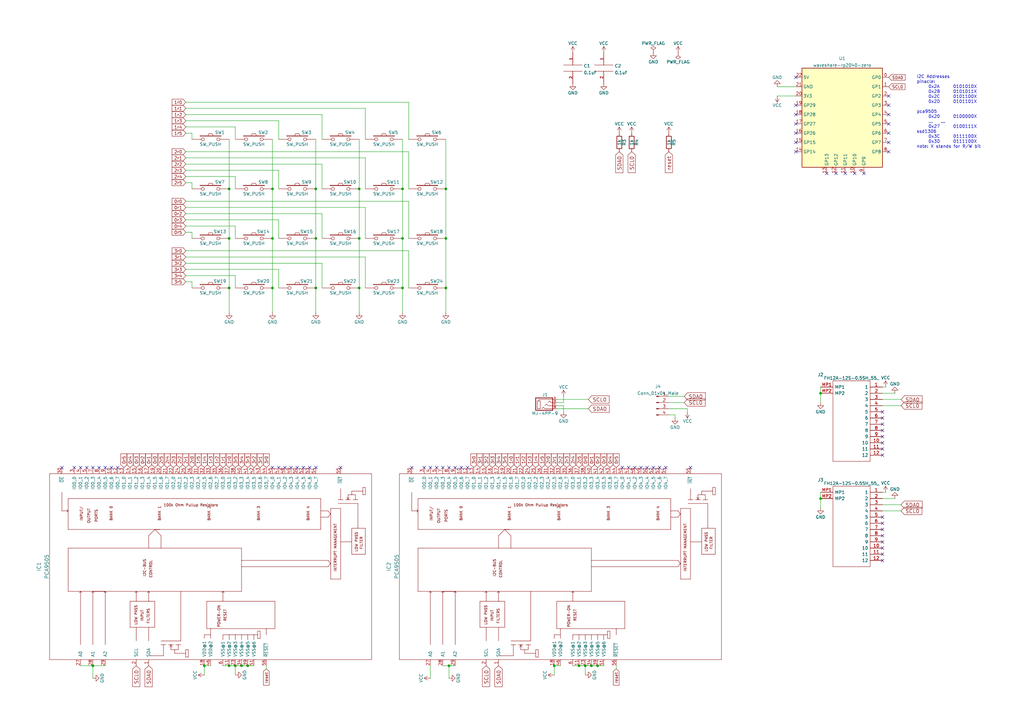
<source format=kicad_sch>
(kicad_sch (version 20211123) (generator eeschema)
  (paper "A3")
  (title_block (title "Corne Chocolate") (date "2018-11-16") (rev "2.0") (company "foostan"))
  (lib_symbols
    (symbol "Connector:Conn_01x04_Male" (pin_names (offset 1.016) hide)
      (property "Reference" "J" (at 0 5.08 0))
      (property "Value" "Conn_01x04_Male" (at 0 -7.62 0))
      (symbol "Conn_01x04_Male_1_1"
        (pin passive line (at 5.08 2.54 180) (length 3.81) (name "Pin_1") (number "1"))
        (pin passive line (at 5.08 0 180) (length 3.81) (name "Pin_2") (number "2"))
        (pin passive line (at 5.08 -2.54 180) (length 3.81) (name "Pin_3") (number "3"))
        (pin passive line (at 5.08 -5.08 180) (length 3.81) (name "Pin_4") (number "4"))
      )
    )
    (symbol "Cyberdeck Mech Keeb-cache:Cyberdeck_Mech_Keeb-eagle-import_PCA9505" (pin_names (offset 1.016))
      (property "Reference" "IC" (at -38.1 67.31 0))
      (property "Value" "Cyberdeck_Mech_Keeb-eagle-import_PCA9505" (at -38.1 -68.58 0))
      (symbol "Cyberdeck_Mech_Keeb-eagle-import_PCA9505_1_0"
        (text "100k Ohm Pullup Resistors" (at 25.908 19.304 900) (effects (font (size 1.0668 1.0668)) (justify right top)))
        (text "BANK 0" (at 18.796 40.132 0) (effects (font (size 1.0668 1.0668)) (justify left bottom)))
        (text "BANK 1" (at 18.796 20.32 0) (effects (font (size 1.0668 1.0668)) (justify left bottom)))
        (text "BANK 2" (at 18.796 0 0) (effects (font (size 1.0668 1.0668)) (justify left bottom)))
        (text "BANK 3" (at 18.796 -20.32 0) (effects (font (size 1.0668 1.0668)) (justify left bottom)))
        (text "BANK 4" (at 18.796 -40.64 0) (effects (font (size 1.0668 1.0668)) (justify left bottom)))
        (text "CONTROL" (at -4.572 23.876 0) (effects (font (size 1.0668 1.0668)) (justify left bottom)))
        (text "FILTER" (at 7.112 -62.484 0) (effects (font (size 1.0668 1.0668)) (justify left bottom)))
        (text "FILTERS" (at -23.368 24.892 0) (effects (font (size 1.0668 1.0668)) (justify left bottom)))
        (text "I2C-BUS" (at -4.064 26.416 0) (effects (font (size 1.0668 1.0668)) (justify left bottom)))
        (text "INPUT" (at -22.352 27.432 0) (effects (font (size 1.0668 1.0668)) (justify left bottom)))
        (text "INPUT/" (at 18.796 52.324 0) (effects (font (size 1.0668 1.0668)) (justify left bottom)))
        (text "INTERRUPT MANAGEMENT" (at -2.032 -51.816 0) (effects (font (size 1.0668 1.0668)) (justify left bottom)))
        (text "LOW PASS" (at -23.876 29.972 0) (effects (font (size 1.0668 1.0668)) (justify left bottom)))
        (text "LOW PASS" (at 6.096 -60.452 0) (effects (font (size 1.0668 1.0668)) (justify left bottom)))
        (text "OUTPUT" (at 17.78 49.276 0) (effects (font (size 1.0668 1.0668)) (justify left bottom)))
        (text "PORTS" (at 18.288 46.228 0) (effects (font (size 1.0668 1.0668)) (justify left bottom)))
        (text "POWER-ON" (at -24.892 -4.064 0) (effects (font (size 1.0668 1.0668)) (justify left bottom)))
        (text "RESET" (at -22.352 -6.604 0) (effects (font (size 1.0668 1.0668)) (justify left bottom)))
        (pin bidirectional line (at -40.64 25.4 0) (length 2.54) (name "SDA") (number "1"))
        (pin bidirectional line (at 40.64 40.64 180) (length 2.54) (name "IO0_6") (number "10"))
        (pin power_in line (at -40.64 -7.62 0) (length 2.54) (name "VSS@2") (number "11"))
        (pin bidirectional line (at 40.64 38.1 180) (length 2.54) (name "IO0_7") (number "12"))
        (pin bidirectional line (at 40.64 35.56 180) (length 2.54) (name "IO1_0") (number "13"))
        (pin bidirectional line (at 40.64 33.02 180) (length 2.54) (name "IO1_1") (number "14"))
        (pin bidirectional line (at 40.64 30.48 180) (length 2.54) (name "IO1_2") (number "15"))
        (pin bidirectional line (at 40.64 27.94 180) (length 2.54) (name "IO1_3") (number "16"))
        (pin bidirectional line (at 40.64 25.4 180) (length 2.54) (name "IO1_4") (number "17"))
        (pin power_in line (at -40.64 2.54 0) (length 2.54) (name "VDD@1") (number "18"))
        (pin bidirectional line (at 40.64 22.86 180) (length 2.54) (name "IO1_5") (number "19"))
        (pin input line (at -40.64 30.48 0) (length 2.54) (name "SCL") (number "2"))
        (pin bidirectional line (at 40.64 20.32 180) (length 2.54) (name "IO1_6") (number "20"))
        (pin bidirectional line (at 40.64 17.78 180) (length 2.54) (name "IO1_7") (number "21"))
        (pin bidirectional line (at 40.64 15.24 180) (length 2.54) (name "IO2_0") (number "22"))
        (pin power_in line (at -40.64 -10.16 0) (length 2.54) (name "VSS@3") (number "23"))
        (pin bidirectional line (at 40.64 12.7 180) (length 2.54) (name "IO2_1") (number "24"))
        (pin bidirectional line (at 40.64 10.16 180) (length 2.54) (name "IO2_2") (number "25"))
        (pin bidirectional line (at 40.64 7.62 180) (length 2.54) (name "IO2_3") (number "26"))
        (pin input line (at -40.64 53.34 0) (length 2.54) (name "A0") (number "27"))
        (pin input line (at -40.64 48.26 0) (length 2.54) (name "A1") (number "28"))
        (pin input line (at -40.64 43.18 0) (length 2.54) (name "A2") (number "29"))
        (pin bidirectional line (at 40.64 55.88 180) (length 2.54) (name "IO0_0") (number "3"))
        (pin input line (at 40.64 60.96 180) (length 2.54) (name "~{OE}") (number "30"))
        (pin bidirectional line (at 40.64 5.08 180) (length 2.54) (name "IO2_4") (number "31"))
        (pin bidirectional line (at 40.64 2.54 180) (length 2.54) (name "IO2_5") (number "32"))
        (pin bidirectional line (at 40.64 0 180) (length 2.54) (name "IO2_6") (number "33"))
        (pin power_in line (at -40.64 -12.7 0) (length 2.54) (name "VSS@4") (number "34"))
        (pin bidirectional line (at 40.64 -2.54 180) (length 2.54) (name "IO2_7") (number "35"))
        (pin bidirectional line (at 40.64 -5.08 180) (length 2.54) (name "IO3_0") (number "36"))
        (pin bidirectional line (at 40.64 -7.62 180) (length 2.54) (name "IO3_1") (number "37"))
        (pin bidirectional line (at 40.64 -10.16 180) (length 2.54) (name "IO3_2") (number "38"))
        (pin power_in line (at -40.64 -15.24 0) (length 2.54) (name "VSS@5") (number "39"))
        (pin bidirectional line (at 40.64 53.34 180) (length 2.54) (name "IO0_1") (number "4"))
        (pin bidirectional line (at 40.64 -12.7 180) (length 2.54) (name "IO3_3") (number "40"))
        (pin bidirectional line (at 40.64 -15.24 180) (length 2.54) (name "IO3_4") (number "41"))
        (pin bidirectional line (at 40.64 -17.78 180) (length 2.54) (name "IO3_5") (number "42"))
        (pin bidirectional line (at 40.64 -20.32 180) (length 2.54) (name "IO3_6") (number "43"))
        (pin bidirectional line (at 40.64 -22.86 180) (length 2.54) (name "IO3_7") (number "44"))
        (pin bidirectional line (at 40.64 -25.4 180) (length 2.54) (name "IO4_0") (number "45"))
        (pin power_in line (at -40.64 0 0) (length 2.54) (name "VDD@2") (number "46"))
        (pin bidirectional line (at 40.64 -27.94 180) (length 2.54) (name "IO4_1") (number "47"))
        (pin bidirectional line (at 40.64 -30.48 180) (length 2.54) (name "IO4_2") (number "48"))
        (pin bidirectional line (at 40.64 -33.02 180) (length 2.54) (name "IO4_3") (number "49"))
        (pin bidirectional line (at 40.64 50.8 180) (length 2.54) (name "IO0_2") (number "5"))
        (pin bidirectional line (at 40.64 -35.56 180) (length 2.54) (name "IO4_4") (number "50"))
        (pin power_in line (at -40.64 -17.78 0) (length 2.54) (name "VSS@6") (number "51"))
        (pin bidirectional line (at 40.64 -38.1 180) (length 2.54) (name "IO4_5") (number "52"))
        (pin bidirectional line (at 40.64 -40.64 180) (length 2.54) (name "IO4_6") (number "53"))
        (pin bidirectional line (at 40.64 -43.18 180) (length 2.54) (name "IO4_7") (number "54"))
        (pin input line (at 40.64 -53.34 180) (length 2.54) (name "~{INT}") (number "55"))
        (pin input line (at -40.64 -22.86 0) (length 2.54) (name "~{RESET}") (number "56"))
        (pin power_in line (at -40.64 -5.08 0) (length 2.54) (name "VSS@1") (number "6"))
        (pin bidirectional line (at 40.64 48.26 180) (length 2.54) (name "IO0_3") (number "7"))
        (pin bidirectional line (at 40.64 45.72 180) (length 2.54) (name "IO0_4") (number "8"))
        (pin bidirectional line (at 40.64 43.18 180) (length 2.54) (name "IO0_5") (number "9"))
      )
    )
    (symbol "Device:R" (pin_numbers hide) (pin_names (offset 0))
      (property "Reference" "R" (at 2.032 0 90))
      (property "Value" "R" (at 0 0 90))
      (symbol "R_1_1"
        (pin passive line (at 0 3.81 270) (length 1.27) (name "~") (number "1"))
        (pin passive line (at 0 -3.81 90) (length 1.27) (name "~") (number "2"))
      )
    )
    (symbol "SamacSys_Parts:FH12A-12S-0.5SH_55_" (pin_names (offset 0.762))
      (property "Reference" "J" (at 21.59 7.62 0))
      (property "Value" "FH12A-12S-0.5SH_55_" (at 21.59 5.08 0))
      (symbol "FH12A-12S-0.5SH_55__0_0"
        (pin passive line (at 25.4 0 180) (length 5.08) (name "1") (number "1"))
        (pin passive line (at 25.4 -22.86 180) (length 5.08) (name "10") (number "10"))
        (pin passive line (at 25.4 -25.4 180) (length 5.08) (name "11") (number "11"))
        (pin passive line (at 25.4 -27.94 180) (length 5.08) (name "12") (number "12"))
        (pin passive line (at 25.4 -2.54 180) (length 5.08) (name "2") (number "2"))
        (pin passive line (at 25.4 -5.08 180) (length 5.08) (name "3") (number "3"))
        (pin passive line (at 25.4 -7.62 180) (length 5.08) (name "4") (number "4"))
        (pin passive line (at 25.4 -10.16 180) (length 5.08) (name "5") (number "5"))
        (pin passive line (at 25.4 -12.7 180) (length 5.08) (name "6") (number "6"))
        (pin passive line (at 25.4 -15.24 180) (length 5.08) (name "7") (number "7"))
        (pin passive line (at 25.4 -17.78 180) (length 5.08) (name "8") (number "8"))
        (pin passive line (at 25.4 -20.32 180) (length 5.08) (name "9") (number "9"))
        (pin passive line (at 0 0 0) (length 5.08) (name "MP1") (number "MP1"))
        (pin passive line (at 0 -2.54 0) (length 5.08) (name "MP2") (number "MP2"))
      )
    )
    (symbol "User-defiend-symbols:waveshare-rp2040-zero"
      (property "Reference" "U" (at -3.81 20.32 0))
      (property "Value" "waveshare-rp2040-zero" (at -3.81 22.86 0))
      (symbol "waveshare-rp2040-zero_1_1"
        (pin power_in line (at 17.78 15.24 180) (length 2.54) (name "GP0") (number "0"))
        (pin bidirectional line (at 17.78 11.43 180) (length 2.54) (name "GP1") (number "1"))
        (pin bidirectional line (at 3.81 -24.13 90) (length 2.54) (name "GP10") (number "10"))
        (pin bidirectional line (at 0 -24.13 90) (length 2.54) (name "GP11") (number "11"))
        (pin bidirectional line (at -3.81 -24.13 90) (length 2.54) (name "GP12") (number "12"))
        (pin bidirectional line (at -7.62 -24.13 90) (length 2.54) (name "GP13") (number "13"))
        (pin bidirectional line (at -20.32 -15.24 0) (length 2.54) (name "GP14") (number "14"))
        (pin bidirectional line (at -20.32 -11.43 0) (length 2.54) (name "GP15") (number "15"))
        (pin bidirectional line (at -20.32 -7.62 0) (length 2.54) (name "GP26") (number "16"))
        (pin bidirectional line (at -20.32 -3.81 0) (length 2.54) (name "GP27") (number "17"))
        (pin bidirectional line (at -20.32 0 0) (length 2.54) (name "GP28") (number "18"))
        (pin bidirectional line (at -20.32 3.81 0) (length 2.54) (name "GP29") (number "19"))
        (pin bidirectional line (at 17.78 7.62 180) (length 2.54) (name "GP2") (number "2"))
        (pin power_in line (at -20.32 7.62 0) (length 2.54) (name "3V3") (number "20"))
        (pin power_in line (at -20.32 11.43 0) (length 2.54) (name "GND") (number "21"))
        (pin power_in line (at -20.32 15.24 0) (length 2.54) (name "5V") (number "22"))
        (pin bidirectional line (at 17.78 3.81 180) (length 2.54) (name "GP3") (number "3"))
        (pin bidirectional line (at 17.78 0 180) (length 2.54) (name "GP4") (number "4"))
        (pin bidirectional line (at 17.78 -3.81 180) (length 2.54) (name "GP5") (number "5"))
        (pin bidirectional line (at 17.78 -7.62 180) (length 2.54) (name "GP6") (number "6"))
        (pin bidirectional line (at 17.78 -11.43 180) (length 2.54) (name "GP7") (number "7"))
        (pin bidirectional line (at 17.78 -15.24 180) (length 2.54) (name "GP8") (number "8"))
        (pin bidirectional line (at 7.62 -24.13 90) (length 2.54) (name "GP9") (number "9"))
      )
    )
    (symbol "corne-chocolate-rescue:MJ-4PP-9-kbd" (pin_names (offset 1.016))
      (property "Reference" "J" (at 0 3.81 0))
      (property "Value" "MJ-4PP-9-kbd" (at 0 -3.81 0))
      (symbol "MJ-4PP-9-kbd_1_1"
        (pin input line (at 5.08 1.905 180) (length 2.0066) (name "~") (number "A"))
        (pin input line (at 5.08 -1.905 180) (length 2.0066) (name "~") (number "B"))
        (pin input line (at 5.08 -0.635 180) (length 2.0066) (name "~") (number "C"))
        (pin input line (at 5.08 0.635 180) (length 2.0066) (name "~") (number "D"))
      )
    )
    (symbol "corne-chocolate-rescue:SW_PUSH-kbd" (pin_numbers hide) (pin_names (offset 1.016) hide)
      (property "Reference" "SW" (at 3.81 2.794 0))
      (property "Value" "SW_PUSH-kbd" (at 0 -2.032 0))
      (symbol "SW_PUSH-kbd_0_1"
        (pin passive inverted (at -7.62 0 0) (length 5.08) (name "1") (number "1"))
        (pin passive inverted (at 7.62 0 180) (length 5.08) (name "2") (number "2"))
      )
    )
    (symbol "power:GND" (power) (pin_names (offset 0))
      (property "Value" "GND" (at 0 -3.81 0))
      (symbol "GND_1_1"
        (pin power_in line (at 0 0 270) (length 0) hide (name "GND") (number "1"))
      )
    )
    (symbol "power:PWR_FLAG" (power) (pin_numbers hide) (pin_names (offset 0) hide)
      (property "Value" "PWR_FLAG" (at 0 3.81 0))
      (symbol "PWR_FLAG_0_0"
        (pin power_out line (at 0 0 90) (length 0) (name "pwr") (number "1"))
      )
    )
    (symbol "power:VCC" (power) (pin_names (offset 0))
      (property "Value" "VCC" (at 0 3.81 0))
      (symbol "VCC_1_1"
        (pin power_in line (at 0 0 90) (length 0) hide (name "VCC") (number "1"))
      )
    )
    (symbol "pspice:C" (pin_names (offset 0.254))
      (property "Reference" "C" (at 2.54 3.81 90))
      (property "Value" "C" (at 2.54 -3.81 90))
      (symbol "C_1_1"
        (pin passive line (at 0 6.35 270) (length 5.08) (name "~") (number "1"))
        (pin passive line (at 0 -6.35 90) (length 5.08) (name "~") (number "2"))
      )
    )
  )
  (junction (at 147.32 118.11))
  (junction (at 101.6 273.05))
  (junction (at 129.54 118.11))
  (junction (at 165.1 77.47))
  (junction (at 111.76 118.11))
  (junction (at 93.98 97.79))
  (junction (at 240.03 273.05))
  (junction (at 165.1 118.11))
  (junction (at 93.98 273.05))
  (junction (at 38.1 273.05))
  (junction (at 165.1 97.79))
  (junction (at 129.54 77.47))
  (junction (at 111.76 77.47))
  (junction (at 96.52 273.05))
  (junction (at 336.55 204.47))
  (junction (at 93.98 77.47))
  (junction (at 111.76 97.79))
  (junction (at 242.57 273.05))
  (junction (at 237.49 273.05))
  (junction (at 182.88 97.79))
  (junction (at 129.54 97.79))
  (junction (at 182.88 77.47))
  (junction (at 182.88 118.11))
  (junction (at 227.33 273.05))
  (junction (at 184.15 273.05))
  (junction (at 83.82 273.05))
  (junction (at 147.32 97.79))
  (junction (at 336.55 161.29))
  (junction (at 245.11 273.05))
  (junction (at 99.06 273.05))
  (junction (at 93.98 118.11))
  (junction (at 147.32 77.47))
  (no_connect (at 326.39 46.99))
  (no_connect (at 25.4 191.77))
  (no_connect (at 346.71 71.12))
  (no_connect (at 139.7 191.77))
  (no_connect (at 361.95 168.91))
  (no_connect (at 326.39 31.75))
  (no_connect (at 265.43 191.77))
  (no_connect (at 361.95 179.07))
  (no_connect (at 361.95 227.33))
  (no_connect (at 114.3 191.77))
  (no_connect (at 30.48 191.77))
  (no_connect (at 354.33 71.12))
  (no_connect (at 361.95 214.63))
  (no_connect (at 270.51 191.77))
  (no_connect (at 339.09 71.12))
  (no_connect (at 361.95 173.99))
  (no_connect (at 255.27 191.77))
  (no_connect (at 176.53 191.77))
  (no_connect (at 361.95 224.79))
  (no_connect (at 35.56 191.77))
  (no_connect (at 326.39 62.23))
  (no_connect (at 48.26 191.77))
  (no_connect (at 364.49 54.61))
  (no_connect (at 43.18 191.77))
  (no_connect (at 129.54 191.77))
  (no_connect (at 184.15 191.77))
  (no_connect (at 168.91 191.77))
  (no_connect (at 364.49 62.23))
  (no_connect (at 124.46 191.77))
  (no_connect (at 119.38 191.77))
  (no_connect (at 273.05 191.77))
  (no_connect (at 38.1 191.77))
  (no_connect (at 186.69 191.77))
  (no_connect (at 361.95 184.15))
  (no_connect (at 283.21 191.77))
  (no_connect (at 361.95 219.71))
  (no_connect (at 350.52 71.12))
  (no_connect (at 364.49 39.37))
  (no_connect (at 262.89 191.77))
  (no_connect (at 342.9 71.12))
  (no_connect (at 364.49 50.8))
  (no_connect (at 361.95 222.25))
  (no_connect (at 127 191.77))
  (no_connect (at 181.61 191.77))
  (no_connect (at 191.77 191.77))
  (no_connect (at 361.95 217.17))
  (no_connect (at 361.95 212.09))
  (no_connect (at 173.99 191.77))
  (no_connect (at 326.39 43.18))
  (no_connect (at 361.95 229.87))
  (no_connect (at 326.39 50.8))
  (no_connect (at 361.95 171.45))
  (no_connect (at 267.97 191.77))
  (no_connect (at 361.95 181.61))
  (no_connect (at 40.64 191.77))
  (no_connect (at 364.49 43.18))
  (no_connect (at 121.92 191.77))
  (no_connect (at 326.39 58.42))
  (no_connect (at 361.95 176.53))
  (no_connect (at 260.35 191.77))
  (no_connect (at 364.49 58.42))
  (no_connect (at 45.72 191.77))
  (no_connect (at 116.84 191.77))
  (no_connect (at 364.49 46.99))
  (no_connect (at 33.02 191.77))
  (no_connect (at 326.39 54.61))
  (no_connect (at 189.23 191.77))
  (no_connect (at 179.07 191.77))
  (no_connect (at 111.76 191.77))
  (no_connect (at 361.95 186.69))
  (no_connect (at 257.81 191.77))
  (wire (pts (xy 281.94 167.64) (xy 281.94 168.91)))
  (wire (pts (xy 149.86 118.11) (xy 149.86 105.41)))
  (wire (pts (xy 96.52 113.03) (xy 96.52 118.11)))
  (wire (pts (xy 93.98 57.15) (xy 93.98 77.47)))
  (wire (pts (xy 83.82 273.05) (xy 86.36 273.05)))
  (wire (pts (xy 242.57 273.05) (xy 245.11 273.05)))
  (wire (pts (xy 76.2 90.17) (xy 114.3 90.17)))
  (wire (pts (xy 336.55 204.47) (xy 336.55 208.28)))
  (wire (pts (xy 96.52 72.39) (xy 96.52 77.47)))
  (wire (pts (xy 129.54 118.11) (xy 129.54 128.27)))
  (wire (pts (xy 252.73 274.32) (xy 252.73 273.05)))
  (wire (pts (xy 182.88 77.47) (xy 182.88 97.79)))
  (wire (pts (xy 76.2 44.45) (xy 149.86 44.45)))
  (wire (pts (xy 76.2 67.31) (xy 132.08 67.31)))
  (wire (pts (xy 96.52 276.86) (xy 96.52 273.05)))
  (wire (pts (xy 76.2 49.53) (xy 114.3 49.53)))
  (wire (pts (xy 274.32 165.1) (xy 280.67 165.1)))
  (wire (pts (xy 129.54 57.15) (xy 129.54 77.47)))
  (wire (pts (xy 318.77 35.56) (xy 326.39 35.56)))
  (wire (pts (xy 237.49 273.05) (xy 240.03 273.05)))
  (wire (pts (xy 274.32 170.18) (xy 276.86 170.18)))
  (wire (pts (xy 76.2 110.49) (xy 114.3 110.49)))
  (wire (pts (xy 228.6 165.1) (xy 231.14 165.1)))
  (wire (pts (xy 336.55 201.93) (xy 336.55 204.47)))
  (wire (pts (xy 132.08 107.95) (xy 132.08 118.11)))
  (wire (pts (xy 101.6 273.05) (xy 104.14 273.05)))
  (wire (pts (xy 147.32 97.79) (xy 147.32 118.11)))
  (wire (pts (xy 147.32 77.47) (xy 147.32 97.79)))
  (wire (pts (xy 111.76 77.47) (xy 111.76 97.79)))
  (wire (pts (xy 78.74 77.47) (xy 78.74 74.93)))
  (wire (pts (xy 93.98 273.05) (xy 96.52 273.05)))
  (wire (pts (xy 184.15 273.05) (xy 186.69 273.05)))
  (wire (pts (xy 336.55 158.75) (xy 336.55 161.29)))
  (wire (pts (xy 111.76 57.15) (xy 111.76 77.47)))
  (wire (pts (xy 76.2 105.41) (xy 149.86 105.41)))
  (wire (pts (xy 76.2 74.93) (xy 78.74 74.93)))
  (wire (pts (xy 91.44 273.05) (xy 93.98 273.05)))
  (wire (pts (xy 181.61 273.05) (xy 184.15 273.05)))
  (wire (pts (xy 114.3 49.53) (xy 114.3 57.15)))
  (wire (pts (xy 76.2 95.25) (xy 78.74 95.25)))
  (wire (pts (xy 132.08 46.99) (xy 132.08 57.15)))
  (wire (pts (xy 176.53 278.13) (xy 176.53 273.05)))
  (wire (pts (xy 93.98 97.79) (xy 93.98 118.11)))
  (wire (pts (xy 361.95 209.55) (xy 369.57 209.55)))
  (wire (pts (xy 109.22 274.32) (xy 109.22 273.05)))
  (wire (pts (xy 361.95 158.75) (xy 363.22 158.75)))
  (wire (pts (xy 132.08 67.31) (xy 132.08 77.47)))
  (wire (pts (xy 132.08 87.63) (xy 132.08 97.79)))
  (wire (pts (xy 38.1 273.05) (xy 43.18 273.05)))
  (wire (pts (xy 361.95 201.93) (xy 363.22 201.93)))
  (wire (pts (xy 336.55 161.29) (xy 336.55 165.1)))
  (wire (pts (xy 231.14 166.37) (xy 231.14 168.91)))
  (wire (pts (xy 78.74 54.61) (xy 78.74 57.15)))
  (wire (pts (xy 234.95 273.05) (xy 237.49 273.05)))
  (wire (pts (xy 129.54 97.79) (xy 129.54 118.11)))
  (wire (pts (xy 76.2 69.85) (xy 114.3 69.85)))
  (wire (pts (xy 99.06 273.05) (xy 101.6 273.05)))
  (wire (pts (xy 167.64 41.91) (xy 167.64 57.15)))
  (wire (pts (xy 227.33 276.86) (xy 227.33 273.05)))
  (wire (pts (xy 147.32 57.15) (xy 147.32 77.47)))
  (wire (pts (xy 78.74 95.25) (xy 78.74 97.79)))
  (wire (pts (xy 228.6 166.37) (xy 231.14 166.37)))
  (wire (pts (xy 318.77 39.37) (xy 326.39 39.37)))
  (wire (pts (xy 167.64 102.87) (xy 167.64 118.11)))
  (wire (pts (xy 182.88 57.15) (xy 182.88 77.47)))
  (wire (pts (xy 76.2 113.03) (xy 96.52 113.03)))
  (wire (pts (xy 167.64 82.55) (xy 167.64 97.79)))
  (wire (pts (xy 182.88 118.11) (xy 182.88 128.27)))
  (wire (pts (xy 76.2 62.23) (xy 167.64 62.23)))
  (wire (pts (xy 96.52 273.05) (xy 99.06 273.05)))
  (wire (pts (xy 76.2 64.77) (xy 149.86 64.77)))
  (wire (pts (xy 276.86 170.18) (xy 276.86 171.45)))
  (wire (pts (xy 227.33 273.05) (xy 229.87 273.05)))
  (wire (pts (xy 38.1 278.13) (xy 38.1 273.05)))
  (wire (pts (xy 114.3 97.79) (xy 114.3 90.17)))
  (wire (pts (xy 361.95 207.01) (xy 369.57 207.01)))
  (wire (pts (xy 228.6 163.83) (xy 241.3 163.83)))
  (wire (pts (xy 165.1 97.79) (xy 165.1 118.11)))
  (wire (pts (xy 76.2 85.09) (xy 149.86 85.09)))
  (wire (pts (xy 76.2 115.57) (xy 78.74 115.57)))
  (wire (pts (xy 231.14 165.1) (xy 231.14 162.56)))
  (wire (pts (xy 76.2 41.91) (xy 167.64 41.91)))
  (wire (pts (xy 129.54 77.47) (xy 129.54 97.79)))
  (wire (pts (xy 240.03 273.05) (xy 242.57 273.05)))
  (wire (pts (xy 76.2 87.63) (xy 132.08 87.63)))
  (wire (pts (xy 76.2 46.99) (xy 132.08 46.99)))
  (wire (pts (xy 245.11 273.05) (xy 247.65 273.05)))
  (wire (pts (xy 114.3 118.11) (xy 114.3 110.49)))
  (wire (pts (xy 83.82 276.86) (xy 83.82 273.05)))
  (wire (pts (xy 96.52 52.07) (xy 96.52 57.15)))
  (wire (pts (xy 361.95 166.37) (xy 369.57 166.37)))
  (wire (pts (xy 33.02 273.05) (xy 38.1 273.05)))
  (wire (pts (xy 96.52 92.71) (xy 96.52 97.79)))
  (wire (pts (xy 149.86 97.79) (xy 149.86 85.09)))
  (wire (pts (xy 76.2 107.95) (xy 132.08 107.95)))
  (wire (pts (xy 274.32 167.64) (xy 281.94 167.64)))
  (wire (pts (xy 76.2 54.61) (xy 78.74 54.61)))
  (wire (pts (xy 361.95 204.47) (xy 367.03 204.47)))
  (wire (pts (xy 76.2 52.07) (xy 96.52 52.07)))
  (wire (pts (xy 111.76 97.79) (xy 111.76 118.11)))
  (wire (pts (xy 165.1 77.47) (xy 165.1 97.79)))
  (wire (pts (xy 274.32 162.56) (xy 280.67 162.56)))
  (wire (pts (xy 76.2 72.39) (xy 96.52 72.39)))
  (wire (pts (xy 111.76 118.11) (xy 111.76 128.27)))
  (wire (pts (xy 114.3 77.47) (xy 114.3 69.85)))
  (wire (pts (xy 78.74 118.11) (xy 78.74 115.57)))
  (wire (pts (xy 76.2 102.87) (xy 167.64 102.87)))
  (wire (pts (xy 167.64 62.23) (xy 167.64 77.47)))
  (wire (pts (xy 149.86 44.45) (xy 149.86 57.15)))
  (wire (pts (xy 76.2 92.71) (xy 96.52 92.71)))
  (wire (pts (xy 240.03 276.86) (xy 240.03 273.05)))
  (wire (pts (xy 228.6 167.64) (xy 241.3 167.64)))
  (wire (pts (xy 93.98 77.47) (xy 93.98 97.79)))
  (wire (pts (xy 165.1 118.11) (xy 165.1 128.27)))
  (wire (pts (xy 361.95 163.83) (xy 369.57 163.83)))
  (wire (pts (xy 165.1 57.15) (xy 165.1 77.47)))
  (wire (pts (xy 147.32 118.11) (xy 147.32 128.27)))
  (wire (pts (xy 361.95 161.29) (xy 367.03 161.29)))
  (wire (pts (xy 93.98 118.11) (xy 93.98 128.27)))
  (wire (pts (xy 76.2 82.55) (xy 167.64 82.55)))
  (wire (pts (xy 182.88 97.79) (xy 182.88 118.11)))
  (wire (pts (xy 184.15 273.05) (xy 184.15 278.13)))
  (wire (pts (xy 149.86 77.47) (xy 149.86 64.77)))
  (text "I2C Addresses\npinacle:\n	0x2A	0101010X\n	0x2B	0101011X\n	0x2C	0101100X\n	0x2D 	0101101X\n\npca9505\n	0x20	0100000X\n	...	...\n	0x27	0100111X\nssd1306\n	0x3C	0111100X\n	0x3D	0111100X\nnote: X stands for R/W bit" (at 375.92 60.96 0) (effects (font (size 1.27 1.27)) (justify left bottom)))
  (global_label "3r1" (shape input) (at 196.85 191.77 90) (property "Intersheet References" "${INTERSHEET_REFS}" (effects hide)))
  (global_label "3r1" (shape input) (at 106.68 191.77 90) (property "Intersheet References" "${INTERSHEET_REFS}" (effects hide)))
  (global_label "2r0" (shape input) (at 76.2 62.23 180) (property "Intersheet References" "${INTERSHEET_REFS}" (effects hide)))
  (global_label "SCL0" (shape input) (at 199.39 273.05 270) (effects (font (size 1.524 1.524))) (property "Intersheet References" "${INTERSHEET_REFS}" (effects hide)))
  (global_label "SDA0" (shape input) (at 60.96 273.05 270) (effects (font (size 1.524 1.524))) (property "Intersheet References" "${INTERSHEET_REFS}" (effects hide)))
  (global_label "1r1" (shape input) (at 76.2 44.45 180) (property "Intersheet References" "${INTERSHEET_REFS}" (effects hide)))
  (global_label "0r0" (shape input) (at 63.5 191.77 90) (property "Intersheet References" "${INTERSHEET_REFS}" (effects hide)))
  (global_label "1r5" (shape input) (at 76.2 54.61 180) (property "Intersheet References" "${INTERSHEET_REFS}" (effects hide)))
  (global_label "3r3" (shape input) (at 76.2 110.49 180) (property "Intersheet References" "${INTERSHEET_REFS}" (effects hide)))
  (global_label "3r2" (shape input) (at 76.2 107.95 180) (property "Intersheet References" "${INTERSHEET_REFS}" (effects hide)))
  (global_label "0r4" (shape input) (at 250.19 191.77 90) (property "Intersheet References" "${INTERSHEET_REFS}" (effects hide)))
  (global_label "3r0" (shape input) (at 194.31 191.77 90) (property "Intersheet References" "${INTERSHEET_REFS}" (effects hide)))
  (global_label "SDA0" (shape input) (at 364.49 31.75 0) (effects (font (size 1.1938 1.1938))) (property "Intersheet References" "${INTERSHEET_REFS}" (effects hide)))
  (global_label "3r0" (shape input) (at 76.2 102.87 180) (property "Intersheet References" "${INTERSHEET_REFS}" (effects hide)))
  (global_label "2r1" (shape input) (at 76.2 64.77 180) (property "Intersheet References" "${INTERSHEET_REFS}" (effects hide)))
  (global_label "1r0" (shape input) (at 76.2 41.91 180) (property "Intersheet References" "${INTERSHEET_REFS}" (effects hide)))
  (global_label "2r2" (shape input) (at 229.87 191.77 90) (property "Intersheet References" "${INTERSHEET_REFS}" (effects hide)))
  (global_label "1r2" (shape input) (at 88.9 191.77 90) (property "Intersheet References" "${INTERSHEET_REFS}" (effects hide)))
  (global_label "3r2" (shape input) (at 104.14 191.77 90) (property "Intersheet References" "${INTERSHEET_REFS}" (effects hide)))
  (global_label "SDA0" (shape input) (at 369.57 207.01 0) (effects (font (size 1.524 1.524))) (property "Intersheet References" "${INTERSHEET_REFS}" (effects hide)))
  (global_label "1r4" (shape input) (at 219.71 191.77 90) (property "Intersheet References" "${INTERSHEET_REFS}" (effects hide)))
  (global_label "SCL0" (shape input) (at 55.88 273.05 270) (effects (font (size 1.524 1.524))) (property "Intersheet References" "${INTERSHEET_REFS}" (effects hide)))
  (global_label "0r5" (shape input) (at 252.73 191.77 90) (property "Intersheet References" "${INTERSHEET_REFS}" (effects hide)))
  (global_label "0r3" (shape input) (at 247.65 191.77 90) (property "Intersheet References" "${INTERSHEET_REFS}" (effects hide)))
  (global_label "3r5" (shape input) (at 207.01 191.77 90) (property "Intersheet References" "${INTERSHEET_REFS}" (effects hide)))
  (global_label "0r3" (shape input) (at 76.2 90.17 180) (property "Intersheet References" "${INTERSHEET_REFS}" (effects hide)))
  (global_label "SCL0" (shape input) (at 280.67 165.1 0) (effects (font (size 1.524 1.524))) (property "Intersheet References" "${INTERSHEET_REFS}" (effects hide)))
  (global_label "0r4" (shape input) (at 53.34 191.77 90) (property "Intersheet References" "${INTERSHEET_REFS}" (effects hide)))
  (global_label "2r2" (shape input) (at 76.2 67.31 180) (property "Intersheet References" "${INTERSHEET_REFS}" (effects hide)))
  (global_label "1r2" (shape input) (at 214.63 191.77 90) (property "Intersheet References" "${INTERSHEET_REFS}" (effects hide)))
  (global_label "1r3" (shape input) (at 86.36 191.77 90) (property "Intersheet References" "${INTERSHEET_REFS}" (effects hide)))
  (global_label "2r1" (shape input) (at 227.33 191.77 90) (property "Intersheet References" "${INTERSHEET_REFS}" (effects hide)))
  (global_label "2r1" (shape input) (at 76.2 191.77 90) (property "Intersheet References" "${INTERSHEET_REFS}" (effects hide)))
  (global_label "2r2" (shape input) (at 73.66 191.77 90) (property "Intersheet References" "${INTERSHEET_REFS}" (effects hide)))
  (global_label "1r1" (shape input) (at 212.09 191.77 90) (property "Intersheet References" "${INTERSHEET_REFS}" (effects hide)))
  (global_label "SDA0" (shape input) (at 369.57 163.83 0) (effects (font (size 1.524 1.524))) (property "Intersheet References" "${INTERSHEET_REFS}" (effects hide)))
  (global_label "reset" (shape input) (at 274.32 62.23 270) (effects (font (size 1.524 1.524))) (property "Intersheet References" "${INTERSHEET_REFS}" (effects hide)))
  (global_label "1r0" (shape input) (at 93.98 191.77 90) (property "Intersheet References" "${INTERSHEET_REFS}" (effects hide)))
  (global_label "0r2" (shape input) (at 245.11 191.77 90) (property "Intersheet References" "${INTERSHEET_REFS}" (effects hide)))
  (global_label "1r4" (shape input) (at 83.82 191.77 90) (property "Intersheet References" "${INTERSHEET_REFS}" (effects hide)))
  (global_label "3r1" (shape input) (at 76.2 105.41 180) (property "Intersheet References" "${INTERSHEET_REFS}" (effects hide)))
  (global_label "3r0" (shape input) (at 109.22 191.77 90) (property "Intersheet References" "${INTERSHEET_REFS}" (effects hide)))
  (global_label "2r5" (shape input) (at 66.04 191.77 90) (property "Intersheet References" "${INTERSHEET_REFS}" (effects hide)))
  (global_label "reset" (shape input) (at 252.73 274.32 270) (effects (font (size 1.1938 1.1938))) (property "Intersheet References" "${INTERSHEET_REFS}" (effects hide)))
  (global_label "0r0" (shape input) (at 240.03 191.77 90) (property "Intersheet References" "${INTERSHEET_REFS}" (effects hide)))
  (global_label "0r1" (shape input) (at 60.96 191.77 90) (property "Intersheet References" "${INTERSHEET_REFS}" (effects hide)))
  (global_label "3r4" (shape input) (at 99.06 191.77 90) (property "Intersheet References" "${INTERSHEET_REFS}" (effects hide)))
  (global_label "2r3" (shape input) (at 232.41 191.77 90) (property "Intersheet References" "${INTERSHEET_REFS}" (effects hide)))
  (global_label "0r4" (shape input) (at 76.2 92.71 180) (property "Intersheet References" "${INTERSHEET_REFS}" (effects hide)))
  (global_label "2r0" (shape input) (at 78.74 191.77 90) (property "Intersheet References" "${INTERSHEET_REFS}" (effects hide)))
  (global_label "3r5" (shape input) (at 76.2 115.57 180) (property "Intersheet References" "${INTERSHEET_REFS}" (effects hide)))
  (global_label "0r2" (shape input) (at 58.42 191.77 90) (property "Intersheet References" "${INTERSHEET_REFS}" (effects hide)))
  (global_label "2r4" (shape input) (at 68.58 191.77 90) (property "Intersheet References" "${INTERSHEET_REFS}" (effects hide)))
  (global_label "2r3" (shape input) (at 71.12 191.77 90) (property "Intersheet References" "${INTERSHEET_REFS}" (effects hide)))
  (global_label "3r3" (shape input) (at 201.93 191.77 90) (property "Intersheet References" "${INTERSHEET_REFS}" (effects hide)))
  (global_label "SCL0" (shape input) (at 241.3 163.83 0) (effects (font (size 1.524 1.524))) (property "Intersheet References" "${INTERSHEET_REFS}" (effects hide)))
  (global_label "SCL0" (shape input) (at 259.08 62.23 270) (effects (font (size 1.524 1.524))) (property "Intersheet References" "${INTERSHEET_REFS}" (effects hide)))
  (global_label "1r4" (shape input) (at 76.2 52.07 180) (property "Intersheet References" "${INTERSHEET_REFS}" (effects hide)))
  (global_label "3r2" (shape input) (at 199.39 191.77 90) (property "Intersheet References" "${INTERSHEET_REFS}" (effects hide)))
  (global_label "0r3" (shape input) (at 55.88 191.77 90) (property "Intersheet References" "${INTERSHEET_REFS}" (effects hide)))
  (global_label "1r2" (shape input) (at 76.2 46.99 180) (property "Intersheet References" "${INTERSHEET_REFS}" (effects hide)))
  (global_label "0r5" (shape input) (at 50.8 191.77 90) (property "Intersheet References" "${INTERSHEET_REFS}" (effects hide)))
  (global_label "SCL0" (shape input) (at 369.57 209.55 0) (effects (font (size 1.524 1.524))) (property "Intersheet References" "${INTERSHEET_REFS}" (effects hide)))
  (global_label "2r0" (shape input) (at 224.79 191.77 90) (property "Intersheet References" "${INTERSHEET_REFS}" (effects hide)))
  (global_label "3r4" (shape input) (at 76.2 113.03 180) (property "Intersheet References" "${INTERSHEET_REFS}" (effects hide)))
  (global_label "2r4" (shape input) (at 234.95 191.77 90) (property "Intersheet References" "${INTERSHEET_REFS}" (effects hide)))
  (global_label "3r5" (shape input) (at 96.52 191.77 90) (property "Intersheet References" "${INTERSHEET_REFS}" (effects hide)))
  (global_label "SCL0" (shape input) (at 364.49 35.56 0) (effects (font (size 1.1938 1.1938))) (property "Intersheet References" "${INTERSHEET_REFS}" (effects hide)))
  (global_label "3r3" (shape input) (at 101.6 191.77 90) (property "Intersheet References" "${INTERSHEET_REFS}" (effects hide)))
  (global_label "2r5" (shape input) (at 76.2 74.93 180) (property "Intersheet References" "${INTERSHEET_REFS}" (effects hide)))
  (global_label "2r3" (shape input) (at 76.2 69.85 180) (property "Intersheet References" "${INTERSHEET_REFS}" (effects hide)))
  (global_label "0r0" (shape input) (at 76.2 82.55 180) (property "Intersheet References" "${INTERSHEET_REFS}" (effects hide)))
  (global_label "SCL0" (shape input) (at 369.57 166.37 0) (effects (font (size 1.524 1.524))) (property "Intersheet References" "${INTERSHEET_REFS}" (effects hide)))
  (global_label "1r1" (shape input) (at 91.44 191.77 90) (property "Intersheet References" "${INTERSHEET_REFS}" (effects hide)))
  (global_label "1r5" (shape input) (at 81.28 191.77 90) (property "Intersheet References" "${INTERSHEET_REFS}" (effects hide)))
  (global_label "SDA0" (shape input) (at 241.3 167.64 0) (effects (font (size 1.524 1.524))) (property "Intersheet References" "${INTERSHEET_REFS}" (effects hide)))
  (global_label "1r5" (shape input) (at 222.25 191.77 90) (property "Intersheet References" "${INTERSHEET_REFS}" (effects hide)))
  (global_label "reset" (shape input) (at 109.22 274.32 270) (effects (font (size 1.1938 1.1938))) (property "Intersheet References" "${INTERSHEET_REFS}" (effects hide)))
  (global_label "SDA0" (shape input) (at 204.47 273.05 270) (effects (font (size 1.524 1.524))) (property "Intersheet References" "${INTERSHEET_REFS}" (effects hide)))
  (global_label "0r2" (shape input) (at 76.2 87.63 180) (property "Intersheet References" "${INTERSHEET_REFS}" (effects hide)))
  (global_label "SDA0" (shape input) (at 254 62.23 270) (effects (font (size 1.524 1.524))) (property "Intersheet References" "${INTERSHEET_REFS}" (effects hide)))
  (global_label "0r1" (shape input) (at 76.2 85.09 180) (property "Intersheet References" "${INTERSHEET_REFS}" (effects hide)))
  (global_label "1r3" (shape input) (at 217.17 191.77 90) (property "Intersheet References" "${INTERSHEET_REFS}" (effects hide)))
  (global_label "1r3" (shape input) (at 76.2 49.53 180) (property "Intersheet References" "${INTERSHEET_REFS}" (effects hide)))
  (global_label "1r0" (shape input) (at 209.55 191.77 90) (property "Intersheet References" "${INTERSHEET_REFS}" (effects hide)))
  (global_label "SDA0" (shape input) (at 280.67 162.56 0) (effects (font (size 1.524 1.524))) (property "Intersheet References" "${INTERSHEET_REFS}" (effects hide)))
  (global_label "0r1" (shape input) (at 242.57 191.77 90) (property "Intersheet References" "${INTERSHEET_REFS}" (effects hide)))
  (global_label "2r5" (shape input) (at 237.49 191.77 90) (property "Intersheet References" "${INTERSHEET_REFS}" (effects hide)))
  (global_label "3r4" (shape input) (at 204.47 191.77 90) (property "Intersheet References" "${INTERSHEET_REFS}" (effects hide)))
  (global_label "0r5" (shape input) (at 76.2 95.25 180) (property "Intersheet References" "${INTERSHEET_REFS}" (effects hide)))
  (global_label "2r4" (shape input) (at 76.2 72.39 180) (property "Intersheet References" "${INTERSHEET_REFS}" (effects hide)))
  (symbol (lib_id "corne-chocolate-rescue:SW_PUSH-kbd") (at 104.14 57.15 0) (unit 1)
    (property "Reference" "SW2" (at 107.95 54.356 0))
    (property "Value" "SW_PUSH" (at 104.14 59.182 0))
    (property "Footprint" "User-defined-footprints:kbd-switches" (effects hide))
  )
  (symbol (lib_id "corne-chocolate-rescue:SW_PUSH-kbd") (at 121.92 57.15 0) (unit 1)
    (property "Reference" "SW3" (at 125.73 54.356 0))
    (property "Value" "SW_PUSH" (at 121.92 59.182 0))
    (property "Footprint" "User-defined-footprints:kbd-switches" (effects hide))
  )
  (symbol (lib_id "corne-chocolate-rescue:SW_PUSH-kbd") (at 139.7 57.15 0) (unit 1)
    (property "Reference" "SW4" (at 143.51 54.356 0))
    (property "Value" "SW_PUSH" (at 139.7 59.182 0))
    (property "Footprint" "User-defined-footprints:kbd-switches" (effects hide))
  )
  (symbol (lib_id "corne-chocolate-rescue:SW_PUSH-kbd") (at 157.48 57.15 0) (unit 1)
    (property "Reference" "SW5" (at 161.29 54.356 0))
    (property "Value" "SW_PUSH" (at 157.48 59.182 0))
    (property "Footprint" "User-defined-footprints:kbd-switches" (effects hide))
  )
  (symbol (lib_id "corne-chocolate-rescue:SW_PUSH-kbd") (at 175.26 57.15 0) (unit 1)
    (property "Reference" "SW6" (at 179.07 54.356 0))
    (property "Value" "SW_PUSH" (at 175.26 59.182 0))
    (property "Footprint" "User-defined-footprints:kbd-switches" (effects hide))
  )
  (symbol (lib_id "corne-chocolate-rescue:SW_PUSH-kbd") (at 86.36 57.15 0) (unit 1)
    (property "Reference" "SW1" (at 90.17 54.356 0))
    (property "Value" "SW_PUSH" (at 86.36 59.182 0))
    (property "Footprint" "User-defined-footprints:kbd-switches" (effects hide))
  )
  (symbol (lib_id "corne-chocolate-rescue:SW_PUSH-kbd") (at 104.14 77.47 0) (unit 1)
    (property "Reference" "SW8" (at 107.95 74.676 0))
    (property "Value" "SW_PUSH" (at 104.14 79.502 0))
    (property "Footprint" "User-defined-footprints:kbd-switches" (effects hide))
  )
  (symbol (lib_id "corne-chocolate-rescue:SW_PUSH-kbd") (at 121.92 77.47 0) (unit 1)
    (property "Reference" "SW9" (at 125.73 74.676 0))
    (property "Value" "SW_PUSH" (at 121.92 79.502 0))
    (property "Footprint" "User-defined-footprints:kbd-switches" (effects hide))
  )
  (symbol (lib_id "corne-chocolate-rescue:SW_PUSH-kbd") (at 139.7 77.47 0) (unit 1)
    (property "Reference" "SW10" (at 143.51 74.676 0))
    (property "Value" "SW_PUSH" (at 139.7 79.502 0))
    (property "Footprint" "User-defined-footprints:kbd-switches" (effects hide))
  )
  (symbol (lib_id "corne-chocolate-rescue:SW_PUSH-kbd") (at 157.48 77.47 0) (unit 1)
    (property "Reference" "SW11" (at 161.29 74.676 0))
    (property "Value" "SW_PUSH" (at 157.48 79.502 0))
    (property "Footprint" "User-defined-footprints:kbd-switches" (effects hide))
  )
  (symbol (lib_id "corne-chocolate-rescue:SW_PUSH-kbd") (at 175.26 77.47 0) (unit 1)
    (property "Reference" "SW12" (at 179.07 74.676 0))
    (property "Value" "SW_PUSH" (at 175.26 79.502 0))
    (property "Footprint" "User-defined-footprints:kbd-switches" (effects hide))
  )
  (symbol (lib_id "corne-chocolate-rescue:SW_PUSH-kbd") (at 86.36 77.47 0) (unit 1)
    (property "Reference" "SW7" (at 90.17 74.676 0))
    (property "Value" "SW_PUSH" (at 86.36 79.502 0))
    (property "Footprint" "User-defined-footprints:kbd-switches" (effects hide))
  )
  (symbol (lib_id "corne-chocolate-rescue:SW_PUSH-kbd") (at 104.14 97.79 0) (unit 1)
    (property "Reference" "SW14" (at 107.95 94.996 0))
    (property "Value" "SW_PUSH" (at 104.14 99.822 0))
    (property "Footprint" "User-defined-footprints:kbd-switches" (effects hide))
  )
  (symbol (lib_id "corne-chocolate-rescue:SW_PUSH-kbd") (at 121.92 97.79 0) (unit 1)
    (property "Reference" "SW15" (at 125.73 94.996 0))
    (property "Value" "SW_PUSH" (at 121.92 99.822 0))
    (property "Footprint" "User-defined-footprints:kbd-switches" (effects hide))
  )
  (symbol (lib_id "corne-chocolate-rescue:SW_PUSH-kbd") (at 139.7 97.79 0) (unit 1)
    (property "Reference" "SW16" (at 143.51 94.996 0))
    (property "Value" "SW_PUSH" (at 139.7 99.822 0))
    (property "Footprint" "User-defined-footprints:kbd-switches" (effects hide))
  )
  (symbol (lib_id "corne-chocolate-rescue:SW_PUSH-kbd") (at 157.48 97.79 0) (unit 1)
    (property "Reference" "SW17" (at 161.29 94.996 0))
    (property "Value" "SW_PUSH" (at 157.48 99.822 0))
    (property "Footprint" "User-defined-footprints:kbd-switches" (effects hide))
  )
  (symbol (lib_id "corne-chocolate-rescue:SW_PUSH-kbd") (at 175.26 97.79 0) (unit 1)
    (property "Reference" "SW18" (at 179.07 94.996 0))
    (property "Value" "SW_PUSH" (at 175.26 99.822 0))
    (property "Footprint" "User-defined-footprints:kbd-switches" (effects hide))
  )
  (symbol (lib_id "corne-chocolate-rescue:SW_PUSH-kbd") (at 86.36 97.79 0) (unit 1)
    (property "Reference" "SW13" (at 90.17 94.996 0))
    (property "Value" "SW_PUSH" (at 86.36 99.822 0))
    (property "Footprint" "User-defined-footprints:kbd-switches" (effects hide))
  )
  (symbol (lib_id "corne-chocolate-rescue:SW_PUSH-kbd") (at 104.14 118.11 0) (unit 1)
    (property "Reference" "SW20" (at 107.95 115.316 0))
    (property "Value" "SW_PUSH" (at 104.14 120.142 0))
    (property "Footprint" "User-defined-footprints:kbd-switches" (effects hide))
  )
  (symbol (lib_id "corne-chocolate-rescue:SW_PUSH-kbd") (at 121.92 118.11 0) (unit 1)
    (property "Reference" "SW21" (at 125.73 115.316 0))
    (property "Value" "SW_PUSH" (at 121.92 120.142 0))
    (property "Footprint" "User-defined-footprints:kbd-switches" (effects hide))
  )
  (symbol (lib_id "corne-chocolate-rescue:SW_PUSH-kbd") (at 86.36 118.11 0) (unit 1)
    (property "Reference" "SW19" (at 90.17 115.316 0))
    (property "Value" "SW_PUSH" (at 86.36 120.142 0))
    (property "Footprint" "User-defined-footprints:kbd-switches" (effects hide))
  )
  (symbol (lib_id "power:GND") (at 318.77 35.56 180) (unit 1)
    (property "Reference" "#PWR02" (effects hide))
    (property "Value" "GND" (at 318.77 31.75 0))
  )
  (symbol (lib_id "power:GND") (at 267.97 21.59 0) (unit 1)
    (property "Reference" "#PWR03" (effects hide))
    (property "Value" "GND" (at 267.97 25.4 0))
  )
  (symbol (lib_id "power:VCC") (at 278.13 21.59 0) (unit 1)
    (property "Reference" "#PWR04" (effects hide))
    (property "Value" "VCC" (at 278.13 17.78 0))
  )
  (symbol (lib_id "power:PWR_FLAG") (at 278.13 21.59 180) (unit 1)
    (property "Reference" "#FLG05" (effects hide))
    (property "Value" "PWR_FLAG" (at 278.13 25.4 0))
  )
  (symbol (lib_id "power:PWR_FLAG") (at 267.97 21.59 0) (unit 1)
    (property "Reference" "#FLG06" (effects hide))
    (property "Value" "PWR_FLAG" (at 267.97 17.78 0))
  )
  (symbol (lib_id "power:VCC") (at 231.14 162.56 0) (unit 1)
    (property "Reference" "#PWR08" (effects hide))
    (property "Value" "VCC" (at 231.14 158.75 0))
  )
  (symbol (lib_id "power:GND") (at 231.14 168.91 0) (unit 1)
    (property "Reference" "#PWR09" (effects hide))
    (property "Value" "GND" (at 231.14 172.72 0))
  )
  (symbol (lib_id "corne-chocolate-rescue:MJ-4PP-9-kbd") (at 223.52 165.735 0) (unit 1)
    (property "Reference" "J1" (at 223.52 161.925 0))
    (property "Value" "MJ-4PP-9" (at 223.52 169.545 0))
    (property "Footprint" "User-defined-footprints:4-ring-jack-mr" (effects hide))
  )
  (symbol (lib_id "power:VCC") (at 363.22 201.93 0) (mirror y) (unit 1)
    (property "Reference" "#PWR0108" (effects hide))
    (property "Value" "VCC" (at 363.22 198.12 0))
  )
  (symbol (lib_id "power:VCC") (at 176.53 278.13 90) (unit 1)
    (property "Reference" "#PWR0110" (effects hide))
    (property "Value" "VCC" (at 172.72 278.13 0))
  )
  (symbol (lib_id "power:GND") (at 336.55 208.28 0) (unit 1)
    (property "Reference" "#PWR0107" (effects hide))
    (property "Value" "GND" (at 336.55 212.09 0))
  )
  (symbol (lib_id "power:VCC") (at 318.77 39.37 180) (unit 1)
    (property "Reference" "#PWR019" (effects hide))
    (property "Value" "VCC" (at 318.77 43.18 0))
  )
  (symbol (lib_id "SamacSys_Parts:FH12A-12S-0.5SH_55_") (at 336.55 201.93 0) (unit 1)
    (property "Reference" "J3" (at 336.55 196.85 0))
    (property "Value" "FH12A-12S-0.5SH_55_" (at 349.25 198.2494 0))
    (property "Footprint" "lib:FH12A12S05SH55" (effects hide))
    (property "Datasheet" "https://www.hirose.com/product/download/?distributor=digikey&type=2d&lang=en&num=FH12A-12S-0.5SH(55)" (effects hide))
    (property "Description" "Hirose FH12 Series 0.5mm Pitch 12 Way 1 Row Right Angle SMT Female FPC Connector, Gold Plated Contacts" (effects hide))
    (property "Height" "3.6" (effects hide))
    (property "Mouser Part Number" "798-FH12A-12S0.5SH55" (effects hide))
    (property "Mouser Price/Stock" "https://www.mouser.co.uk/ProductDetail/Hirose-Connector/FH12A-12S-05SH55/?qs=Ux3WWAnHpjBCmvKEtHAdxA%3D%3D" (effects hide))
    (property "Manufacturer_Name" "Hirose" (effects hide))
    (property "Manufacturer_Part_Number" "FH12A-12S-0.5SH(55)" (effects hide))
  )
  (symbol (lib_id "power:GND") (at 147.32 128.27 0) (unit 1)
    (property "Reference" "#PWR016" (effects hide))
    (property "Value" "GND" (at 147.32 132.08 0))
  )
  (symbol (lib_id "power:GND") (at 367.03 204.47 0) (mirror x) (unit 1)
    (property "Reference" "#PWR0109" (effects hide))
    (property "Value" "GND" (at 367.03 200.66 0))
  )
  (symbol (lib_id "pspice:C") (at 247.65 27.94 0) (unit 1)
    (property "Reference" "C2" (at 252.095 27.0315 0) (effects (justify left)))
    (property "Value" "0.1uf" (at 252.095 29.8066 0) (effects (justify left)))
    (property "Footprint" "Capacitor_SMD:C_0805_2012Metric_Pad1.18x1.45mm_HandSolder" (effects hide))
  )
  (symbol (lib_id "Device:R") (at 254 58.42 0) (unit 1)
    (property "Reference" "R3" (at 256.032 58.42 90))
    (property "Value" "1k" (at 254 58.42 90))
    (property "Footprint" "Resistor_SMD:R_0805_2012Metric_Pad1.20x1.40mm_HandSolder" (effects hide))
  )
  (symbol (lib_id "power:VCC") (at 247.65 21.59 0) (unit 1)
    (property "Reference" "#PWR026" (effects hide))
    (property "Value" "VCC" (at 247.65 17.78 0))
  )
  (symbol (lib_id "power:VCC") (at 259.08 54.61 0) (unit 1)
    (property "Reference" "#PWR023" (effects hide))
    (property "Value" "VCC" (at 259.08 50.8 0))
  )
  (symbol (lib_id "power:GND") (at 276.86 171.45 0) (unit 1)
    (property "Reference" "#PWR01" (effects hide))
    (property "Value" "GND" (at 276.86 175.26 0))
  )
  (symbol (lib_id "power:VCC") (at 234.95 21.59 0) (unit 1)
    (property "Reference" "#PWR024" (effects hide))
    (property "Value" "VCC" (at 234.95 17.78 0))
  )
  (symbol (lib_id "Connector:Conn_01x04_Male") (at 269.24 165.1 0) (unit 1)
    (property "Reference" "J4" (at 269.875 158.5173 0))
    (property "Value" "Conn_01x04_Male" (at 269.875 161.2924 0))
    (property "Footprint" "Connector_PinHeader_2.54mm:PinHeader_1x04_P2.54mm_Vertical" (effects hide))
  )
  (symbol (lib_id "power:GND") (at 182.88 128.27 0) (unit 1)
    (property "Reference" "#PWR018" (effects hide))
    (property "Value" "GND" (at 182.88 132.08 0))
  )
  (symbol (lib_id "corne-chocolate-rescue:SW_PUSH-kbd") (at 157.48 118.11 0) (unit 1)
    (property "Reference" "SW23" (at 161.29 115.316 0))
    (property "Value" "SW_PUSH" (at 157.48 120.142 0))
    (property "Footprint" "User-defined-footprints:kbd-switches" (effects hide))
  )
  (symbol (lib_id "power:GND") (at 234.95 34.29 0) (unit 1)
    (property "Reference" "#PWR025" (effects hide))
    (property "Value" "GND" (at 234.95 38.1 0))
  )
  (symbol (lib_id "Cyberdeck Mech Keeb-cache:Cyberdeck_Mech_Keeb-eagle-import_PCA9505") (at 229.87 232.41 90) (unit 1)
    (property "Reference" "IC2" (at 159.4826 232.41 0) (effects (font (size 1.4986 1.4986))))
    (property "Value" "PCA9505" (at 162.7111 232.41 0) (effects (font (size 1.4986 1.4986))))
    (property "Footprint" "User-defined-footprints:TSSOP-56_7x14mm_P0.5mm_mr" (effects hide))
  )
  (symbol (lib_id "corne-chocolate-rescue:SW_PUSH-kbd") (at 139.7 118.11 0) (unit 1)
    (property "Reference" "SW22" (at 143.51 115.316 0))
    (property "Value" "SW_PUSH" (at 139.7 120.142 0))
    (property "Footprint" "User-defined-footprints:kbd-switches" (effects hide))
  )
  (symbol (lib_id "power:VCC") (at 83.82 276.86 90) (unit 1)
    (property "Reference" "#PWR0103" (effects hide))
    (property "Value" "VCC" (at 80.01 276.86 0))
  )
  (symbol (lib_id "Device:R") (at 259.08 58.42 0) (unit 1)
    (property "Reference" "R4" (at 261.112 58.42 90))
    (property "Value" "1k" (at 259.08 58.42 90))
    (property "Footprint" "Resistor_SMD:R_0805_2012Metric_Pad1.20x1.40mm_HandSolder" (effects hide))
  )
  (symbol (lib_id "power:GND") (at 96.52 276.86 90) (unit 1)
    (property "Reference" "#PWR0102" (effects hide))
    (property "Value" "GND" (at 100.33 276.86 0))
  )
  (symbol (lib_id "power:GND") (at 184.15 278.13 90) (unit 1)
    (property "Reference" "#PWR0101" (effects hide))
    (property "Value" "GND" (at 187.96 278.13 0))
  )
  (symbol (lib_id "power:GND") (at 111.76 128.27 0) (unit 1)
    (property "Reference" "#PWR014" (effects hide))
    (property "Value" "GND" (at 111.76 132.08 0))
  )
  (symbol (lib_id "pspice:C") (at 234.95 27.94 0) (unit 1)
    (property "Reference" "C1" (at 239.395 27.0315 0) (effects (justify left)))
    (property "Value" "0.1uf" (at 239.395 29.8066 0) (effects (justify left)))
    (property "Footprint" "Capacitor_SMD:C_0805_2012Metric_Pad1.18x1.45mm_HandSolder" (effects hide))
  )
  (symbol (lib_id "power:VCC") (at 254 54.61 0) (unit 1)
    (property "Reference" "#PWR020" (effects hide))
    (property "Value" "VCC" (at 254 50.8 0))
  )
  (symbol (lib_id "power:GND") (at 165.1 128.27 0) (unit 1)
    (property "Reference" "#PWR017" (effects hide))
    (property "Value" "GND" (at 165.1 132.08 0))
  )
  (symbol (lib_id "power:VCC") (at 274.32 54.61 0) (unit 1)
    (property "Reference" "#PWR028" (effects hide))
    (property "Value" "VCC" (at 274.32 50.8 0))
  )
  (symbol (lib_id "power:GND") (at 336.55 165.1 0) (unit 1)
    (property "Reference" "#PWR010" (effects hide))
    (property "Value" "GND" (at 336.55 168.91 0))
  )
  (symbol (lib_id "power:GND") (at 93.98 128.27 0) (unit 1)
    (property "Reference" "#PWR013" (effects hide))
    (property "Value" "GND" (at 93.98 132.08 0))
  )
  (symbol (lib_id "power:VCC") (at 363.22 158.75 0) (mirror y) (unit 1)
    (property "Reference" "#PWR011" (effects hide))
    (property "Value" "VCC" (at 363.22 154.94 0))
  )
  (symbol (lib_id "power:GND") (at 38.1 278.13 90) (unit 1)
    (property "Reference" "#PWR0105" (effects hide))
    (property "Value" "GND" (at 41.91 278.13 0))
  )
  (symbol (lib_id "Cyberdeck Mech Keeb-cache:Cyberdeck_Mech_Keeb-eagle-import_PCA9505") (at 86.36 232.41 90) (unit 1)
    (property "Reference" "IC1" (at 15.9726 232.41 0) (effects (font (size 1.4986 1.4986))))
    (property "Value" "PCA9505" (at 19.2011 232.41 0) (effects (font (size 1.4986 1.4986))))
    (property "Footprint" "User-defined-footprints:TSSOP-56_7x14mm_P0.5mm_mr" (effects hide))
  )
  (symbol (lib_id "User-defiend-symbols:waveshare-rp2040-zero") (at 346.71 46.99 0) (unit 1)
    (property "Reference" "U1" (at 345.44 23.9735 0))
    (property "Value" "waveshare-rp2040-zero" (at 345.44 26.7486 0))
    (property "Footprint" "User-defined-footprints:rp2040-zero-mr" (effects hide))
  )
  (symbol (lib_id "power:GND") (at 240.03 276.86 90) (unit 1)
    (property "Reference" "#PWR0104" (effects hide))
    (property "Value" "GND" (at 243.84 276.86 0))
  )
  (symbol (lib_id "Device:R") (at 274.32 58.42 0) (unit 1)
    (property "Reference" "R5" (at 276.352 58.42 90))
    (property "Value" "1k" (at 274.32 58.42 90))
    (property "Footprint" "Resistor_SMD:R_0805_2012Metric_Pad1.20x1.40mm_HandSolder" (effects hide))
  )
  (symbol (lib_id "power:GND") (at 247.65 34.29 0) (unit 1)
    (property "Reference" "#PWR027" (effects hide))
    (property "Value" "GND" (at 247.65 38.1 0))
  )
  (symbol (lib_id "corne-chocolate-rescue:SW_PUSH-kbd") (at 175.26 118.11 0) (unit 1)
    (property "Reference" "SW24" (at 179.07 115.316 0))
    (property "Value" "SW_PUSH" (at 175.26 120.142 0))
    (property "Footprint" "User-defined-footprints:kbd-switches" (effects hide))
  )
  (symbol (lib_id "power:GND") (at 367.03 161.29 0) (mirror x) (unit 1)
    (property "Reference" "#PWR012" (effects hide))
    (property "Value" "GND" (at 367.03 157.48 0))
  )
  (symbol (lib_id "SamacSys_Parts:FH12A-12S-0.5SH_55_") (at 336.55 158.75 0) (unit 1)
    (property "Reference" "J2" (at 336.55 153.67 0))
    (property "Value" "FH12A-12S-0.5SH_55_" (at 349.25 155.0694 0))
    (property "Footprint" "lib:FH12A12S05SH55" (effects hide))
    (property "Datasheet" "https://www.hirose.com/product/download/?distributor=digikey&type=2d&lang=en&num=FH12A-12S-0.5SH(55)" (effects hide))
    (property "Description" "Hirose FH12 Series 0.5mm Pitch 12 Way 1 Row Right Angle SMT Female FPC Connector, Gold Plated Contacts" (effects hide))
    (property "Height" "3.6" (effects hide))
    (property "Mouser Part Number" "798-FH12A-12S0.5SH55" (effects hide))
    (property "Mouser Price/Stock" "https://www.mouser.co.uk/ProductDetail/Hirose-Connector/FH12A-12S-05SH55/?qs=Ux3WWAnHpjBCmvKEtHAdxA%3D%3D" (effects hide))
    (property "Manufacturer_Name" "Hirose" (effects hide))
    (property "Manufacturer_Part_Number" "FH12A-12S-0.5SH(55)" (effects hide))
  )
  (symbol (lib_id "power:GND") (at 129.54 128.27 0) (unit 1)
    (property "Reference" "#PWR015" (effects hide))
    (property "Value" "GND" (at 129.54 132.08 0))
  )
  (symbol (lib_id "power:VCC") (at 281.94 168.91 180) (unit 1)
    (property "Reference" "#PWR05" (effects hide))
    (property "Value" "VCC" (at 281.94 172.72 0))
  )
  (symbol (lib_id "power:VCC") (at 227.33 276.86 90) (unit 1)
    (property "Reference" "#PWR0106" (effects hide))
    (property "Value" "VCC" (at 223.52 276.86 0))
  )
)
</source>
